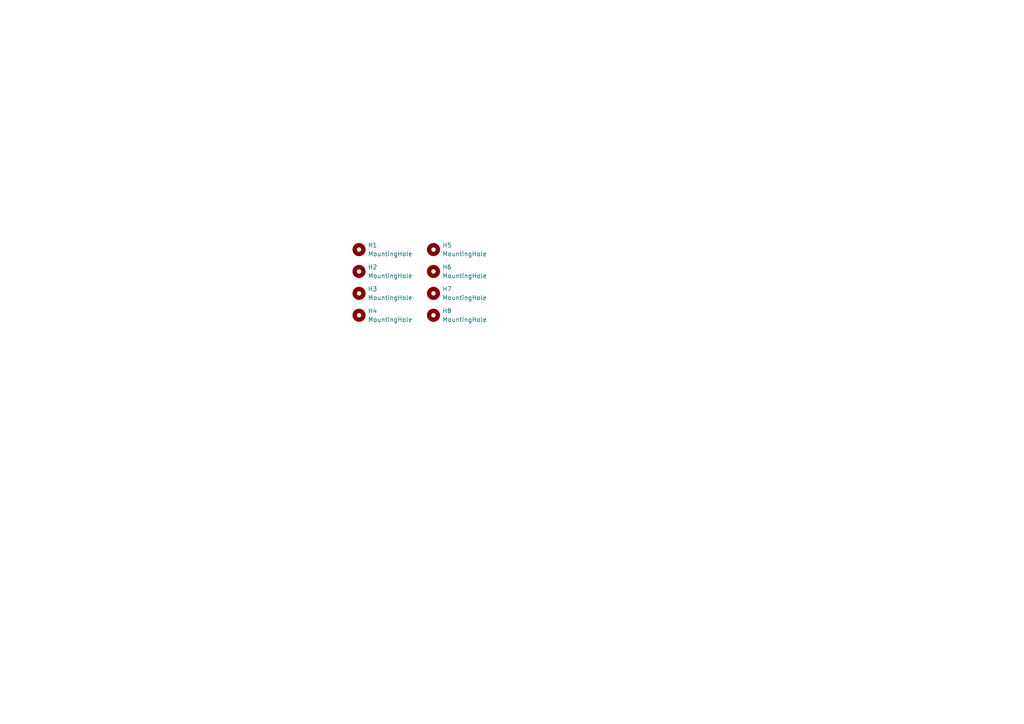
<source format=kicad_sch>
(kicad_sch (version 20231120) (generator "eeschema") (generator_version "8.0")
  (paper "A4")
  (lib_symbols
    (symbol "Mechanical:MountingHole" (pin_names (offset 1.016)) (exclude_from_sim yes) (in_bom no)
      (property "Reference" "H" (at 0 5.08 0))
      (property "Value" "MountingHole" (at 0 3.175 0))
      (symbol "MountingHole_0_1"
        (circle (center 0 0) (radius 1.27) (stroke (width 1.27)))
      )
    )
  )
  (symbol (lib_id "Mechanical:MountingHole") (at 125.73 78.74 0) (unit 1) (exclude_from_sim yes) (in_bom no)
    (property "Reference" "H6" (at 128.27 77.4699 0) (effects (justify left)))
    (property "Value" "MountingHole" (at 128.27 80.0099 0) (effects (justify left)))
    (property "Footprint" "MountingHole:MountingHole_3.5mm_Pad" (effects (hide yes)))
    (property "Description" "Mounting Hole without connection" (effects (hide yes)))
  )
  (symbol (lib_id "Mechanical:MountingHole") (at 104.14 91.44 0) (unit 1) (exclude_from_sim yes) (in_bom no)
    (property "Reference" "H4" (at 106.68 90.1699 0) (effects (justify left)))
    (property "Value" "MountingHole" (at 106.68 92.7099 0) (effects (justify left)))
    (property "Footprint" "MountingHole:MountingHole_3.2mm_M3_Pad" (effects (hide yes)))
    (property "Description" "Mounting Hole without connection" (effects (hide yes)))
  )
  (symbol (lib_id "Mechanical:MountingHole") (at 104.14 85.09 0) (unit 1) (exclude_from_sim yes) (in_bom no)
    (property "Reference" "H3" (at 106.68 83.8199 0) (effects (justify left)))
    (property "Value" "MountingHole" (at 106.68 86.3599 0) (effects (justify left)))
    (property "Footprint" "MountingHole:MountingHole_3.2mm_M3_Pad" (effects (hide yes)))
    (property "Description" "Mounting Hole without connection" (effects (hide yes)))
  )
  (symbol (lib_id "Mechanical:MountingHole") (at 125.73 91.44 0) (unit 1) (exclude_from_sim yes) (in_bom no)
    (property "Reference" "H8" (at 128.27 90.1699 0) (effects (justify left)))
    (property "Value" "MountingHole" (at 128.27 92.7099 0) (effects (justify left)))
    (property "Footprint" "MountingHole:MountingHole_3.5mm_Pad" (effects (hide yes)))
    (property "Description" "Mounting Hole without connection" (effects (hide yes)))
  )
  (symbol (lib_id "Mechanical:MountingHole") (at 125.73 85.09 0) (unit 1) (exclude_from_sim yes) (in_bom no)
    (property "Reference" "H7" (at 128.27 83.8199 0) (effects (justify left)))
    (property "Value" "MountingHole" (at 128.27 86.3599 0) (effects (justify left)))
    (property "Footprint" "MountingHole:MountingHole_3.5mm_Pad" (effects (hide yes)))
    (property "Description" "Mounting Hole without connection" (effects (hide yes)))
  )
  (symbol (lib_id "Mechanical:MountingHole") (at 104.14 78.74 0) (unit 1) (exclude_from_sim yes) (in_bom no)
    (property "Reference" "H2" (at 106.68 77.4699 0) (effects (justify left)))
    (property "Value" "MountingHole" (at 106.68 80.0099 0) (effects (justify left)))
    (property "Footprint" "MountingHole:MountingHole_3.2mm_M3_Pad" (effects (hide yes)))
    (property "Description" "Mounting Hole without connection" (effects (hide yes)))
  )
  (symbol (lib_id "Mechanical:MountingHole") (at 104.14 72.39 0) (unit 1) (exclude_from_sim yes) (in_bom no)
    (property "Reference" "H1" (at 106.68 71.1199 0) (effects (justify left)))
    (property "Value" "MountingHole" (at 106.68 73.6599 0) (effects (justify left)))
    (property "Footprint" "MountingHole:MountingHole_3.2mm_M3_Pad" (effects (hide yes)))
    (property "Description" "Mounting Hole without connection" (effects (hide yes)))
  )
  (symbol (lib_id "Mechanical:MountingHole") (at 125.73 72.39 0) (unit 1) (exclude_from_sim yes) (in_bom no)
    (property "Reference" "H5" (at 128.27 71.1199 0) (effects (justify left)))
    (property "Value" "MountingHole" (at 128.27 73.6599 0) (effects (justify left)))
    (property "Footprint" "MountingHole:MountingHole_3.5mm_Pad" (effects (hide yes)))
    (property "Description" "Mounting Hole without connection" (effects (hide yes)))
  )
)
</source>
